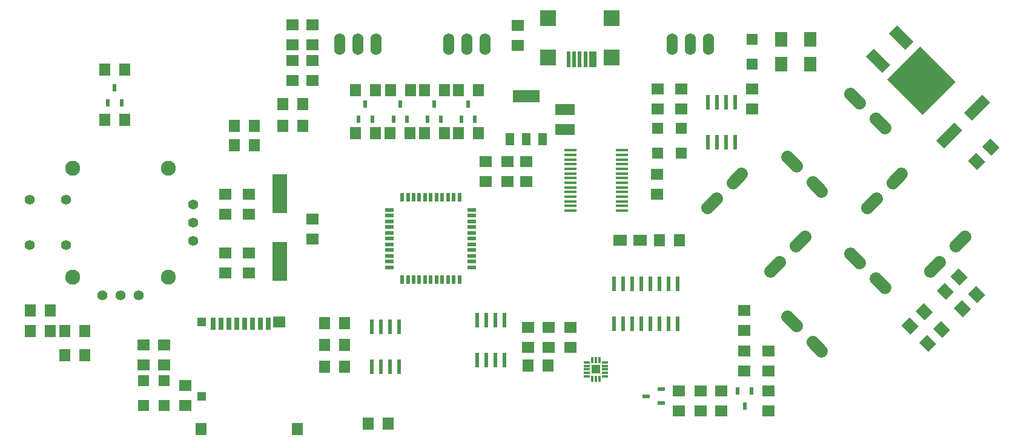
<source format=gbr>
%TF.GenerationSoftware,KiCad,Pcbnew,(5.1.5)-2*%
%TF.CreationDate,2019-12-16T21:25:58-05:00*%
%TF.ProjectId,Game_Cat,47616d65-5f43-4617-942e-6b696361645f,2.8*%
%TF.SameCoordinates,Original*%
%TF.FileFunction,Paste,Top*%
%TF.FilePolarity,Positive*%
%FSLAX46Y46*%
G04 Gerber Fmt 4.6, Leading zero omitted, Abs format (unit mm)*
G04 Created by KiCad (PCBNEW (5.1.5)-2) date 2019-12-16 21:25:58*
%MOMM*%
%LPD*%
G04 APERTURE LIST*
%ADD10C,1.790700*%
%ADD11R,1.600200X1.803400*%
%ADD12R,1.803400X1.600200*%
%ADD13C,0.100000*%
%ADD14R,1.950720X1.501140*%
%ADD15R,1.699260X2.100580*%
%ADD16R,2.692400X1.600200*%
%ADD17C,1.397000*%
%ADD18C,2.095500*%
%ADD19C,1.407160*%
%ADD20O,1.524000X3.048000*%
%ADD21R,1.498600X1.498600*%
%ADD22R,1.000760X0.599440*%
%ADD23R,0.599440X1.000760*%
%ADD24R,3.799840X1.800860*%
%ADD25R,1.300480X1.800860*%
%ADD26R,1.290320X1.300480*%
%ADD27R,1.501140X1.699260*%
%ADD28R,1.699260X1.501140*%
%ADD29R,0.800100X1.678940*%
%ADD30R,0.599440X1.998980*%
%ADD31R,1.250000X1.250000*%
%ADD32R,0.813000X0.305000*%
%ADD33R,0.305000X0.813000*%
%ADD34R,1.651000X0.406400*%
%ADD35R,0.551180X1.300480*%
%ADD36R,1.300480X0.551180*%
%ADD37R,0.995680X2.197100*%
%ADD38R,2.197100X2.197100*%
%ADD39R,0.497840X2.197100*%
%ADD40R,1.998980X5.499100*%
G04 APERTURE END LIST*
D10*
%TO.C,B1*%
X185716692Y-91175264D02*
X184450476Y-89909048D01*
X189236952Y-94695524D02*
X187970736Y-93429308D01*
X194553264Y-82338692D02*
X193287048Y-81072476D01*
X198073524Y-85858952D02*
X196807308Y-84592736D01*
%TD*%
%TO.C,B2*%
X199146736Y-93514692D02*
X200412952Y-92248476D01*
X195626476Y-97034952D02*
X196892692Y-95768736D01*
X207983308Y-102351264D02*
X209249524Y-101085048D01*
X204463048Y-105871524D02*
X205729264Y-104605308D01*
%TD*%
%TO.C,B3*%
X196807308Y-106944736D02*
X198073524Y-108210952D01*
X193287048Y-103424476D02*
X194553264Y-104690692D01*
X187970736Y-115781308D02*
X189236952Y-117047524D01*
X184450476Y-112261048D02*
X185716692Y-113527264D01*
%TD*%
%TO.C,B4*%
X183377264Y-104605308D02*
X182111048Y-105871524D01*
X186897524Y-101085048D02*
X185631308Y-102351264D01*
X174540692Y-95768736D02*
X173274476Y-97034952D01*
X178060952Y-92248476D02*
X176794736Y-93514692D01*
%TD*%
D11*
%TO.C,C1*%
X122555000Y-119253000D03*
X119761000Y-119253000D03*
%TD*%
%TO.C,C2*%
X86207600Y-114312700D03*
X83413600Y-114312700D03*
%TD*%
D12*
%TO.C,C3*%
X105918000Y-97917000D03*
X105918000Y-95123000D03*
%TD*%
%TO.C,C4*%
X166250000Y-95147000D03*
X166250000Y-92353000D03*
%TD*%
D13*
%TO.C,C5*%
G36*
X206390131Y-88746381D02*
G01*
X205258619Y-87614869D01*
X207803623Y-85069865D01*
X208935135Y-86201377D01*
X206390131Y-88746381D01*
G37*
G36*
X210280377Y-84856135D02*
G01*
X209148865Y-83724623D01*
X211693869Y-81179619D01*
X212825381Y-82311131D01*
X210280377Y-84856135D01*
G37*
%TD*%
D12*
%TO.C,C6*%
X109169200Y-95148400D03*
X109169200Y-97942400D03*
%TD*%
%TO.C,C7*%
X109169200Y-103352600D03*
X109169200Y-106146600D03*
%TD*%
D14*
%TO.C,C8*%
X161125860Y-101600000D03*
X163874140Y-101600000D03*
%TD*%
D13*
%TO.C,C9*%
G36*
X213022670Y-89750526D02*
G01*
X211747474Y-88475330D01*
X212878986Y-87343818D01*
X214154182Y-88619014D01*
X213022670Y-89750526D01*
G37*
G36*
X211047014Y-91726182D02*
G01*
X209771818Y-90450986D01*
X210903330Y-89319474D01*
X212178526Y-90594670D01*
X211047014Y-91726182D01*
G37*
%TD*%
D12*
%TO.C,C10*%
X118110000Y-98615500D03*
X118110000Y-101409500D03*
%TD*%
D11*
%TO.C,C11*%
X166560500Y-101600000D03*
X169354500Y-101600000D03*
%TD*%
%TO.C,C12*%
X89027000Y-77724000D03*
X91821000Y-77724000D03*
%TD*%
D12*
%TO.C,C13*%
X146812000Y-71501000D03*
X146812000Y-74295000D03*
%TD*%
%TO.C,C14*%
X142290800Y-93345000D03*
X142290800Y-90551000D03*
%TD*%
%TO.C,C15*%
X154178000Y-113792000D03*
X154178000Y-116586000D03*
%TD*%
D11*
%TO.C,C16*%
X148209000Y-119126000D03*
X151003000Y-119126000D03*
%TD*%
D12*
%TO.C,C19*%
X178435000Y-111379000D03*
X178435000Y-114173000D03*
%TD*%
%TO.C,C20*%
X172339000Y-125476000D03*
X172339000Y-122682000D03*
%TD*%
%TO.C,C21*%
X181864000Y-122682000D03*
X181864000Y-125476000D03*
%TD*%
%TO.C,C22*%
X118110000Y-79197200D03*
X118110000Y-76403200D03*
%TD*%
D11*
%TO.C,C23*%
X125857000Y-127254000D03*
X128651000Y-127254000D03*
%TD*%
%TO.C,C24*%
X78600300Y-114300000D03*
X81394300Y-114300000D03*
%TD*%
%TO.C,C25*%
X83413600Y-117652800D03*
X86207600Y-117652800D03*
%TD*%
D12*
%TO.C,C26*%
X118110000Y-71450200D03*
X118110000Y-74244200D03*
%TD*%
D15*
%TO.C,D1*%
X187706000Y-76913740D03*
X187706000Y-73454260D03*
%TD*%
%TO.C,D2*%
X183642000Y-73454260D03*
X183642000Y-76913740D03*
%TD*%
D16*
%TO.C,F1*%
X153416000Y-86106000D03*
X153416000Y-83312000D03*
%TD*%
D17*
%TO.C,J1*%
X93789500Y-109245400D03*
X91249500Y-109245400D03*
X88709500Y-109245400D03*
D18*
X84582000Y-91465400D03*
X97917000Y-91465400D03*
X97917000Y-106705400D03*
X84582000Y-106705400D03*
D17*
X101409500Y-96545400D03*
X101409500Y-99085400D03*
X101409500Y-101625400D03*
D19*
X83629500Y-95910400D03*
X83629500Y-102260400D03*
X78549500Y-95910400D03*
X78549500Y-102260400D03*
%TD*%
D20*
%TO.C,J2*%
X168402000Y-74168000D03*
X170942000Y-74168000D03*
X173482000Y-74168000D03*
X173482000Y-74168000D03*
X170942000Y-74168000D03*
X168402000Y-74168000D03*
%TD*%
%TO.C,J3*%
X121920000Y-74168000D03*
X124460000Y-74168000D03*
X127000000Y-74168000D03*
X127000000Y-74168000D03*
X124460000Y-74168000D03*
X121920000Y-74168000D03*
%TD*%
%TO.C,J4*%
X137160000Y-74168000D03*
X139700000Y-74168000D03*
X142240000Y-74168000D03*
X142240000Y-74168000D03*
X139700000Y-74168000D03*
X137160000Y-74168000D03*
%TD*%
D21*
%TO.C,LD1*%
X169672000Y-85882480D03*
X169672000Y-89377520D03*
%TD*%
%TO.C,LD2*%
X166370000Y-89377520D03*
X166370000Y-85882480D03*
%TD*%
%TO.C,LD3*%
X94488000Y-124683520D03*
X94488000Y-121188480D03*
%TD*%
%TO.C,LD4*%
X97345500Y-121188480D03*
X97345500Y-124683520D03*
%TD*%
%TO.C,LD5*%
X179578000Y-76931520D03*
X179578000Y-73436480D03*
%TD*%
D22*
%TO.C,Q1*%
X166878000Y-124333000D03*
X164764720Y-123380500D03*
X166878000Y-122428000D03*
%TD*%
D23*
%TO.C,Q2*%
X91376500Y-82336640D03*
X90424000Y-80223360D03*
X89471500Y-82336640D03*
%TD*%
%TO.C,Q3*%
X131305300Y-84648040D03*
X130352800Y-82534760D03*
X129400300Y-84648040D03*
%TD*%
%TO.C,Q4*%
X126428500Y-84660740D03*
X125476000Y-82547460D03*
X124523500Y-84660740D03*
%TD*%
D24*
%TO.C,Q5*%
X147955000Y-81455260D03*
D25*
X150256240Y-87454740D03*
X147955000Y-87454740D03*
X145653760Y-87454740D03*
%TD*%
D23*
%TO.C,Q7*%
X134150100Y-84648040D03*
X135102600Y-82534760D03*
X136055100Y-84648040D03*
%TD*%
%TO.C,Q8*%
X138899900Y-84648040D03*
X139852400Y-82534760D03*
X140804900Y-84648040D03*
%TD*%
D13*
%TO.C,R1*%
G36*
X208896730Y-109918874D02*
G01*
X210171926Y-111194070D01*
X209040414Y-112325582D01*
X207765218Y-111050386D01*
X208896730Y-109918874D01*
G37*
G36*
X210872386Y-107943218D02*
G01*
X212147582Y-109218414D01*
X211016070Y-110349926D01*
X209740874Y-109074730D01*
X210872386Y-107943218D01*
G37*
%TD*%
%TO.C,R2*%
G36*
X208433986Y-105504818D02*
G01*
X209709182Y-106780014D01*
X208577670Y-107911526D01*
X207302474Y-106636330D01*
X208433986Y-105504818D01*
G37*
G36*
X206458330Y-107480474D02*
G01*
X207733526Y-108755670D01*
X206602014Y-109887182D01*
X205326818Y-108611986D01*
X206458330Y-107480474D01*
G37*
%TD*%
D12*
%TO.C,R3*%
X178409600Y-117068600D03*
X178409600Y-119862600D03*
%TD*%
D13*
%TO.C,R4*%
G36*
X206139270Y-115226726D02*
G01*
X204864074Y-113951530D01*
X205995586Y-112820018D01*
X207270782Y-114095214D01*
X206139270Y-115226726D01*
G37*
G36*
X204163614Y-117202382D02*
G01*
X202888418Y-115927186D01*
X204019930Y-114795674D01*
X205295126Y-116070870D01*
X204163614Y-117202382D01*
G37*
%TD*%
%TO.C,R5*%
G36*
X201725214Y-114763982D02*
G01*
X200450018Y-113488786D01*
X201581530Y-112357274D01*
X202856726Y-113632470D01*
X201725214Y-114763982D01*
G37*
G36*
X203700870Y-112788326D02*
G01*
X202425674Y-111513130D01*
X203557186Y-110381618D01*
X204832382Y-111656814D01*
X203700870Y-112788326D01*
G37*
%TD*%
D11*
%TO.C,R7*%
X78613000Y-111379000D03*
X81407000Y-111379000D03*
%TD*%
D12*
%TO.C,R8*%
X169291000Y-125476000D03*
X169291000Y-122682000D03*
%TD*%
%TO.C,R9*%
X105918000Y-103378000D03*
X105918000Y-106172000D03*
%TD*%
%TO.C,R10*%
X148209000Y-113792000D03*
X148209000Y-116586000D03*
%TD*%
%TO.C,R11*%
X151130000Y-116586000D03*
X151130000Y-113792000D03*
%TD*%
%TO.C,R12*%
X169672000Y-80391000D03*
X169672000Y-83185000D03*
%TD*%
%TO.C,R13*%
X166370000Y-80391000D03*
X166370000Y-83185000D03*
%TD*%
%TO.C,R14*%
X115316000Y-71450200D03*
X115316000Y-74244200D03*
%TD*%
D11*
%TO.C,R15*%
X89027000Y-84709000D03*
X91821000Y-84709000D03*
%TD*%
%TO.C,R16*%
X131787900Y-80619600D03*
X128993900Y-80619600D03*
%TD*%
%TO.C,R17*%
X128955800Y-86563200D03*
X131749800Y-86563200D03*
%TD*%
%TO.C,R18*%
X126873000Y-80619600D03*
X124079000Y-80619600D03*
%TD*%
%TO.C,R19*%
X124091700Y-86563200D03*
X126885700Y-86563200D03*
%TD*%
D12*
%TO.C,R20*%
X94488000Y-118999000D03*
X94488000Y-116205000D03*
%TD*%
%TO.C,R21*%
X97345500Y-118999000D03*
X97345500Y-116205000D03*
%TD*%
D11*
%TO.C,R22*%
X136499600Y-80619600D03*
X133705600Y-80619600D03*
%TD*%
%TO.C,R23*%
X136499600Y-86563200D03*
X133705600Y-86563200D03*
%TD*%
D12*
%TO.C,R24*%
X179578000Y-80391000D03*
X179578000Y-83185000D03*
%TD*%
D11*
%TO.C,R25*%
X119761000Y-116205000D03*
X122555000Y-116205000D03*
%TD*%
%TO.C,R27*%
X113919000Y-82550000D03*
X116713000Y-82550000D03*
%TD*%
D12*
%TO.C,R28*%
X145338800Y-90551000D03*
X145338800Y-93345000D03*
%TD*%
%TO.C,R29*%
X147955000Y-90551000D03*
X147955000Y-93345000D03*
%TD*%
%TO.C,R33*%
X181864000Y-119888000D03*
X181864000Y-117094000D03*
%TD*%
%TO.C,R34*%
X175260000Y-122682000D03*
X175260000Y-125476000D03*
%TD*%
D11*
%TO.C,R35*%
X141249400Y-80619600D03*
X138455400Y-80619600D03*
%TD*%
%TO.C,R36*%
X138455400Y-86563200D03*
X141249400Y-86563200D03*
%TD*%
D12*
%TO.C,R37*%
X115316000Y-79197200D03*
X115316000Y-76403200D03*
%TD*%
%TO.C,R38*%
X100330000Y-124650500D03*
X100330000Y-121856500D03*
%TD*%
D11*
%TO.C,R39*%
X119761000Y-113157000D03*
X122555000Y-113157000D03*
%TD*%
%TO.C,R40*%
X113919000Y-85598000D03*
X116713000Y-85598000D03*
%TD*%
%TO.C,R41*%
X109982000Y-85598000D03*
X107188000Y-85598000D03*
%TD*%
%TO.C,R42*%
X109982000Y-88265000D03*
X107188000Y-88265000D03*
%TD*%
D26*
%TO.C,SD1*%
X102616000Y-123444000D03*
D27*
X102471220Y-128026160D03*
D28*
X113411000Y-112966500D03*
D27*
X115968780Y-128026160D03*
D26*
X102616000Y-113030000D03*
D29*
X104160320Y-113266220D03*
X105260140Y-113266220D03*
X106359960Y-113266220D03*
X107459780Y-113266220D03*
X108562140Y-113266220D03*
X109661960Y-113266220D03*
X110761780Y-113266220D03*
X111861600Y-113266220D03*
%TD*%
D30*
%TO.C,U1*%
X169164000Y-113284000D03*
X167894000Y-113284000D03*
X166624000Y-113284000D03*
X165354000Y-113284000D03*
X164084000Y-113284000D03*
X162814000Y-113284000D03*
X161544000Y-113284000D03*
X160274000Y-113284000D03*
X160274000Y-107696000D03*
X161544000Y-107696000D03*
X162814000Y-107696000D03*
X164084000Y-107696000D03*
X165354000Y-107696000D03*
X166624000Y-107696000D03*
X167894000Y-107696000D03*
X169164000Y-107696000D03*
%TD*%
%TO.C,U2*%
X130175000Y-113665000D03*
X128905000Y-113665000D03*
X127635000Y-113665000D03*
X126365000Y-113665000D03*
X126365000Y-119253000D03*
X127635000Y-119253000D03*
X128905000Y-119253000D03*
X130175000Y-119253000D03*
%TD*%
%TO.C,U3*%
X141097000Y-112776000D03*
X142367000Y-112776000D03*
X143637000Y-112776000D03*
X144907000Y-112776000D03*
X144907000Y-118364000D03*
X143637000Y-118364000D03*
X142367000Y-118364000D03*
X141097000Y-118364000D03*
%TD*%
D31*
%TO.C,U4*%
X157729000Y-119650000D03*
D32*
X156454000Y-120650000D03*
X156454000Y-120150000D03*
X156454000Y-118650000D03*
X156454000Y-119150000D03*
X159004000Y-119650000D03*
D33*
X158229000Y-120925000D03*
X157229000Y-120925000D03*
X157229000Y-118375000D03*
X157729000Y-120925000D03*
D32*
X159004000Y-118650000D03*
X159004000Y-119150000D03*
X159004000Y-120650000D03*
X156454000Y-119650000D03*
X159004000Y-120150000D03*
D33*
X157729000Y-118375000D03*
X158229000Y-118375000D03*
%TD*%
D34*
%TO.C,U5*%
X154134820Y-90291920D03*
X154134820Y-89644220D03*
X154134820Y-88993980D03*
X161333180Y-88993980D03*
X161333180Y-89644220D03*
X161333180Y-90291920D03*
X161333180Y-96144080D03*
X161333180Y-96791780D03*
X161333180Y-97442020D03*
X154134820Y-97442020D03*
X154134820Y-96791780D03*
X154134820Y-96144080D03*
X154134820Y-94843600D03*
X161333180Y-90942160D03*
X154134820Y-94193360D03*
X154134820Y-93543120D03*
X154134820Y-92892880D03*
X154134820Y-92242640D03*
X154134820Y-91592400D03*
X154134820Y-90942160D03*
X161333180Y-94193360D03*
X161333180Y-94843600D03*
X161333180Y-95493840D03*
X154134820Y-95493840D03*
X161333180Y-91592400D03*
X161333180Y-92242640D03*
X161333180Y-92892880D03*
X161333180Y-93543120D03*
%TD*%
D35*
%TO.C,U6*%
X138620500Y-107096560D03*
X137820400Y-107096560D03*
X137020300Y-107096560D03*
D36*
X128869440Y-105346500D03*
X128869440Y-104546400D03*
X128869440Y-103746300D03*
D35*
X130619500Y-95595440D03*
X131419600Y-95595440D03*
X132219700Y-95595440D03*
D36*
X140370560Y-97345500D03*
X140370560Y-98145600D03*
X140370560Y-98945700D03*
D35*
X136220200Y-107096560D03*
X135420100Y-107096560D03*
X134620000Y-107096560D03*
X133819900Y-107096560D03*
X133019800Y-107096560D03*
X132219700Y-107096560D03*
X131419600Y-107096560D03*
X130619500Y-107096560D03*
D36*
X128869440Y-102946200D03*
X128869440Y-102146100D03*
X128869440Y-101346000D03*
X128869440Y-100545900D03*
X128869440Y-99745800D03*
X128869440Y-98945700D03*
X128869440Y-98145600D03*
X128869440Y-97345500D03*
D35*
X133019800Y-95595440D03*
X133819900Y-95595440D03*
X134620000Y-95595440D03*
X135420100Y-95595440D03*
X136220200Y-95595440D03*
X137020300Y-95595440D03*
X137820400Y-95595440D03*
X138620500Y-95595440D03*
D36*
X140370560Y-103746300D03*
X140370560Y-104546400D03*
X140370560Y-105346500D03*
X140370560Y-99745800D03*
X140370560Y-100545900D03*
X140370560Y-101346000D03*
X140370560Y-102146100D03*
X140370560Y-102946200D03*
%TD*%
D30*
%TO.C,U7*%
X173355000Y-82296000D03*
X174625000Y-82296000D03*
X175895000Y-82296000D03*
X177165000Y-82296000D03*
X177165000Y-87884000D03*
X175895000Y-87884000D03*
X174625000Y-87884000D03*
X173355000Y-87884000D03*
%TD*%
D13*
%TO.C,U8*%
G36*
X203023089Y-74474994D02*
G01*
X207973006Y-79424911D01*
X203376911Y-84021006D01*
X198426994Y-79071089D01*
X203023089Y-74474994D01*
G37*
G36*
X196588736Y-74759668D02*
G01*
X198851760Y-77022692D01*
X197720248Y-78154204D01*
X195457224Y-75891180D01*
X196588736Y-74759668D01*
G37*
G36*
X199843180Y-71505224D02*
G01*
X202106204Y-73768248D01*
X200974692Y-74899760D01*
X198711668Y-72636736D01*
X199843180Y-71505224D01*
G37*
%TD*%
D23*
%TO.C,U10*%
X177546000Y-122682000D03*
X178498500Y-124795280D03*
X179451000Y-122682000D03*
%TD*%
D37*
%TO.C,USB1*%
X157289500Y-76288900D03*
D38*
X151018240Y-70510400D03*
X159877760Y-70510400D03*
X159877760Y-76009500D03*
D39*
X153850340Y-76288900D03*
X154650440Y-76288900D03*
X155448000Y-76288900D03*
X156245560Y-76288900D03*
D38*
X151018240Y-76009500D03*
%TD*%
D40*
%TO.C,X1*%
X113538000Y-104571800D03*
X113538000Y-95072200D03*
%TD*%
M02*

</source>
